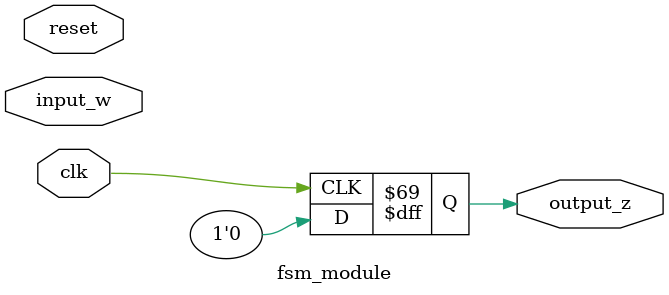
<source format=v>
module fsm_module (clk, reset, input_w, output_z);
	input clk, reset, input_w;
	output reg output_z;
	reg [2:0] current_state, next_state;
	parameter A=3'b101, B=3'b110, C=3'b111,
				D=3'b000, E=3'b001, F=3'b010;
	always @(current_state, input_w)
		case (current_state)
			A: if (input_w) next_state=B;
				else next_state=A;
			B: if (input_w) next_state=C;
				else next_state=E;
			C: if (input_w) next_state=C;
				else next_state=D;
			D: if (input_w) next_state=F;
				else next_state=A;
			E: if (input_w) next_state=F;
				else next_state=A;
			F: if (input_w) next_state=C;
				else next_state=E;
			default : next_state=3'bxxx;
		endcase
		
	always @(negedge reset, posedge clk)
		if (!reset) current_state<=A;
		else current_state<=next_state;
	always @(posedge clk)
		if (current_state==D || current_state==F) begin
			output_z<=2;
		end
		else begin
			output_z<=0;
		end
endmodule
</source>
